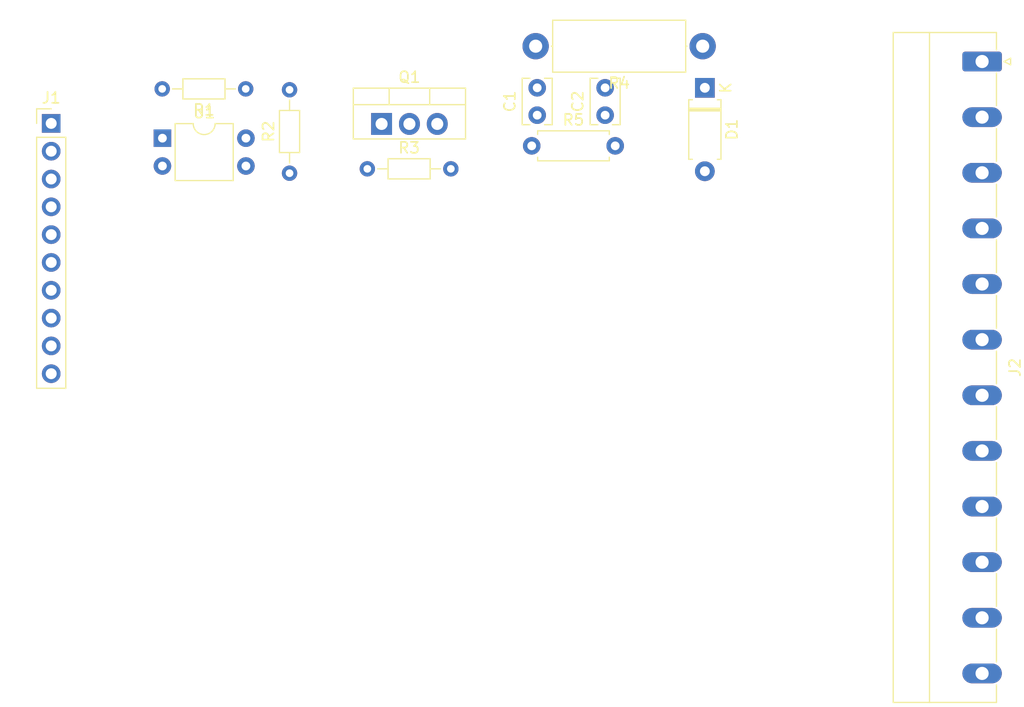
<source format=kicad_pcb>
(kicad_pcb (version 20171130) (host pcbnew "(5.1.6)-1")

  (general
    (thickness 1.6)
    (drawings 0)
    (tracks 0)
    (zones 0)
    (modules 12)
    (nets 10)
  )

  (page A4)
  (layers
    (0 F.Cu signal)
    (31 B.Cu signal)
    (32 B.Adhes user)
    (33 F.Adhes user)
    (34 B.Paste user)
    (35 F.Paste user)
    (36 B.SilkS user)
    (37 F.SilkS user)
    (38 B.Mask user)
    (39 F.Mask user)
    (40 Dwgs.User user)
    (41 Cmts.User user)
    (42 Eco1.User user)
    (43 Eco2.User user)
    (44 Edge.Cuts user)
    (45 Margin user)
    (46 B.CrtYd user)
    (47 F.CrtYd user)
    (48 B.Fab user)
    (49 F.Fab user)
  )

  (setup
    (last_trace_width 1.5)
    (user_trace_width 0.3)
    (user_trace_width 0.5)
    (user_trace_width 0.8)
    (user_trace_width 1)
    (user_trace_width 1.2)
    (user_trace_width 1.5)
    (user_trace_width 1.8)
    (trace_clearance 0.2)
    (zone_clearance 0.508)
    (zone_45_only no)
    (trace_min 0.2)
    (via_size 0.8)
    (via_drill 0.4)
    (via_min_size 0.4)
    (via_min_drill 0.3)
    (user_via 1.5 0.8)
    (user_via 2 0.8)
    (user_via 2.5 0.8)
    (uvia_size 0.3)
    (uvia_drill 0.1)
    (uvias_allowed no)
    (uvia_min_size 0.2)
    (uvia_min_drill 0.1)
    (edge_width 0.05)
    (segment_width 0.2)
    (pcb_text_width 0.3)
    (pcb_text_size 1.5 1.5)
    (mod_edge_width 0.12)
    (mod_text_size 1 1)
    (mod_text_width 0.15)
    (pad_size 1.524 1.524)
    (pad_drill 0.762)
    (pad_to_mask_clearance 0.05)
    (aux_axis_origin 0 0)
    (visible_elements FFFFFF7F)
    (pcbplotparams
      (layerselection 0x010fc_ffffffff)
      (usegerberextensions false)
      (usegerberattributes true)
      (usegerberadvancedattributes true)
      (creategerberjobfile true)
      (excludeedgelayer true)
      (linewidth 0.100000)
      (plotframeref false)
      (viasonmask false)
      (mode 1)
      (useauxorigin false)
      (hpglpennumber 1)
      (hpglpenspeed 20)
      (hpglpendiameter 15.000000)
      (psnegative false)
      (psa4output false)
      (plotreference true)
      (plotvalue true)
      (plotinvisibletext false)
      (padsonsilk false)
      (subtractmaskfromsilk false)
      (outputformat 1)
      (mirror false)
      (drillshape 1)
      (scaleselection 1)
      (outputdirectory ""))
  )

  (net 0 "")
  (net 1 "Net-(C1-Pad2)")
  (net 2 "Net-(C1-Pad1)")
  (net 3 GND)
  (net 4 "Net-(J1-Pad1)")
  (net 5 GND2)
  (net 6 "Net-(Q1-Pad1)")
  (net 7 "Net-(R1-Pad1)")
  (net 8 "Net-(R2-Pad2)")
  (net 9 24V)

  (net_class Default "This is the default net class."
    (clearance 0.2)
    (trace_width 0.25)
    (via_dia 0.8)
    (via_drill 0.4)
    (uvia_dia 0.3)
    (uvia_drill 0.1)
    (add_net 24V)
    (add_net GND)
    (add_net GND2)
    (add_net "Net-(C1-Pad1)")
    (add_net "Net-(C1-Pad2)")
    (add_net "Net-(J1-Pad1)")
    (add_net "Net-(J1-Pad3)")
    (add_net "Net-(J1-Pad4)")
    (add_net "Net-(J1-Pad5)")
    (add_net "Net-(J1-Pad6)")
    (add_net "Net-(J1-Pad7)")
    (add_net "Net-(J1-Pad8)")
    (add_net "Net-(J1-Pad9)")
    (add_net "Net-(J2-Pad10)")
    (add_net "Net-(J2-Pad3)")
    (add_net "Net-(J2-Pad4)")
    (add_net "Net-(J2-Pad5)")
    (add_net "Net-(J2-Pad6)")
    (add_net "Net-(J2-Pad7)")
    (add_net "Net-(J2-Pad8)")
    (add_net "Net-(J2-Pad9)")
    (add_net "Net-(Q1-Pad1)")
    (add_net "Net-(R1-Pad1)")
    (add_net "Net-(R2-Pad2)")
  )

  (module Diode_THT:D_A-405_P7.62mm_Horizontal (layer F.Cu) (tedit 5AE50CD5) (tstamp 60527C81)
    (at 171 70.4 270)
    (descr "Diode, A-405 series, Axial, Horizontal, pin pitch=7.62mm, , length*diameter=5.2*2.7mm^2, , http://www.diodes.com/_files/packages/A-405.pdf")
    (tags "Diode A-405 series Axial Horizontal pin pitch 7.62mm  length 5.2mm diameter 2.7mm")
    (path /60541C91)
    (fp_text reference D1 (at 3.81 -2.47 90) (layer F.SilkS)
      (effects (font (size 1 1) (thickness 0.15)))
    )
    (fp_text value D_Schottky (at 3.81 2.47 90) (layer F.Fab)
      (effects (font (size 1 1) (thickness 0.15)))
    )
    (fp_text user K (at 0 -1.9 90) (layer F.SilkS)
      (effects (font (size 1 1) (thickness 0.15)))
    )
    (fp_text user K (at 0 -1.9 90) (layer F.Fab)
      (effects (font (size 1 1) (thickness 0.15)))
    )
    (fp_text user %R (at 4.2 0 90) (layer F.Fab)
      (effects (font (size 1 1) (thickness 0.15)))
    )
    (fp_line (start 1.21 -1.35) (end 1.21 1.35) (layer F.Fab) (width 0.1))
    (fp_line (start 1.21 1.35) (end 6.41 1.35) (layer F.Fab) (width 0.1))
    (fp_line (start 6.41 1.35) (end 6.41 -1.35) (layer F.Fab) (width 0.1))
    (fp_line (start 6.41 -1.35) (end 1.21 -1.35) (layer F.Fab) (width 0.1))
    (fp_line (start 0 0) (end 1.21 0) (layer F.Fab) (width 0.1))
    (fp_line (start 7.62 0) (end 6.41 0) (layer F.Fab) (width 0.1))
    (fp_line (start 1.99 -1.35) (end 1.99 1.35) (layer F.Fab) (width 0.1))
    (fp_line (start 2.09 -1.35) (end 2.09 1.35) (layer F.Fab) (width 0.1))
    (fp_line (start 1.89 -1.35) (end 1.89 1.35) (layer F.Fab) (width 0.1))
    (fp_line (start 1.09 -1.14) (end 1.09 -1.47) (layer F.SilkS) (width 0.12))
    (fp_line (start 1.09 -1.47) (end 6.53 -1.47) (layer F.SilkS) (width 0.12))
    (fp_line (start 6.53 -1.47) (end 6.53 -1.14) (layer F.SilkS) (width 0.12))
    (fp_line (start 1.09 1.14) (end 1.09 1.47) (layer F.SilkS) (width 0.12))
    (fp_line (start 1.09 1.47) (end 6.53 1.47) (layer F.SilkS) (width 0.12))
    (fp_line (start 6.53 1.47) (end 6.53 1.14) (layer F.SilkS) (width 0.12))
    (fp_line (start 1.99 -1.47) (end 1.99 1.47) (layer F.SilkS) (width 0.12))
    (fp_line (start 2.11 -1.47) (end 2.11 1.47) (layer F.SilkS) (width 0.12))
    (fp_line (start 1.87 -1.47) (end 1.87 1.47) (layer F.SilkS) (width 0.12))
    (fp_line (start -1.15 -1.6) (end -1.15 1.6) (layer F.CrtYd) (width 0.05))
    (fp_line (start -1.15 1.6) (end 8.77 1.6) (layer F.CrtYd) (width 0.05))
    (fp_line (start 8.77 1.6) (end 8.77 -1.6) (layer F.CrtYd) (width 0.05))
    (fp_line (start 8.77 -1.6) (end -1.15 -1.6) (layer F.CrtYd) (width 0.05))
    (pad 2 thru_hole oval (at 7.62 0 270) (size 1.8 1.8) (drill 0.9) (layers *.Cu *.Mask)
      (net 2 "Net-(C1-Pad1)"))
    (pad 1 thru_hole rect (at 0 0 270) (size 1.8 1.8) (drill 0.9) (layers *.Cu *.Mask)
      (net 9 24V))
    (model ${KISYS3DMOD}/Diode_THT.3dshapes/D_A-405_P7.62mm_Horizontal.wrl
      (at (xyz 0 0 0))
      (scale (xyz 1 1 1))
      (rotate (xyz 0 0 0))
    )
  )

  (module Resistor_THT:R_Axial_DIN0207_L6.3mm_D2.5mm_P7.62mm_Horizontal (layer F.Cu) (tedit 5AE5139B) (tstamp 60525D7D)
    (at 155.2 75.7)
    (descr "Resistor, Axial_DIN0207 series, Axial, Horizontal, pin pitch=7.62mm, 0.25W = 1/4W, length*diameter=6.3*2.5mm^2, http://cdn-reichelt.de/documents/datenblatt/B400/1_4W%23YAG.pdf")
    (tags "Resistor Axial_DIN0207 series Axial Horizontal pin pitch 7.62mm 0.25W = 1/4W length 6.3mm diameter 2.5mm")
    (path /60521674)
    (fp_text reference R5 (at 3.81 -2.37) (layer F.SilkS)
      (effects (font (size 1 1) (thickness 0.15)))
    )
    (fp_text value "22K 1W" (at 3.81 2.37) (layer F.Fab)
      (effects (font (size 1 1) (thickness 0.15)))
    )
    (fp_text user %R (at 3.81 0) (layer F.Fab)
      (effects (font (size 1 1) (thickness 0.15)))
    )
    (fp_line (start 0.66 -1.25) (end 0.66 1.25) (layer F.Fab) (width 0.1))
    (fp_line (start 0.66 1.25) (end 6.96 1.25) (layer F.Fab) (width 0.1))
    (fp_line (start 6.96 1.25) (end 6.96 -1.25) (layer F.Fab) (width 0.1))
    (fp_line (start 6.96 -1.25) (end 0.66 -1.25) (layer F.Fab) (width 0.1))
    (fp_line (start 0 0) (end 0.66 0) (layer F.Fab) (width 0.1))
    (fp_line (start 7.62 0) (end 6.96 0) (layer F.Fab) (width 0.1))
    (fp_line (start 0.54 -1.04) (end 0.54 -1.37) (layer F.SilkS) (width 0.12))
    (fp_line (start 0.54 -1.37) (end 7.08 -1.37) (layer F.SilkS) (width 0.12))
    (fp_line (start 7.08 -1.37) (end 7.08 -1.04) (layer F.SilkS) (width 0.12))
    (fp_line (start 0.54 1.04) (end 0.54 1.37) (layer F.SilkS) (width 0.12))
    (fp_line (start 0.54 1.37) (end 7.08 1.37) (layer F.SilkS) (width 0.12))
    (fp_line (start 7.08 1.37) (end 7.08 1.04) (layer F.SilkS) (width 0.12))
    (fp_line (start -1.05 -1.5) (end -1.05 1.5) (layer F.CrtYd) (width 0.05))
    (fp_line (start -1.05 1.5) (end 8.67 1.5) (layer F.CrtYd) (width 0.05))
    (fp_line (start 8.67 1.5) (end 8.67 -1.5) (layer F.CrtYd) (width 0.05))
    (fp_line (start 8.67 -1.5) (end -1.05 -1.5) (layer F.CrtYd) (width 0.05))
    (pad 2 thru_hole oval (at 7.62 0) (size 1.6 1.6) (drill 0.8) (layers *.Cu *.Mask)
      (net 1 "Net-(C1-Pad2)"))
    (pad 1 thru_hole circle (at 0 0) (size 1.6 1.6) (drill 0.8) (layers *.Cu *.Mask)
      (net 2 "Net-(C1-Pad1)"))
    (model ${KISYS3DMOD}/Resistor_THT.3dshapes/R_Axial_DIN0207_L6.3mm_D2.5mm_P7.62mm_Horizontal.wrl
      (at (xyz 0 0 0))
      (scale (xyz 1 1 1))
      (rotate (xyz 0 0 0))
    )
  )

  (module Resistor_THT:R_Axial_DIN0414_L11.9mm_D4.5mm_P15.24mm_Horizontal (layer F.Cu) (tedit 5AE5139B) (tstamp 60525D66)
    (at 170.8 66.6 180)
    (descr "Resistor, Axial_DIN0414 series, Axial, Horizontal, pin pitch=15.24mm, 2W, length*diameter=11.9*4.5mm^2, http://www.vishay.com/docs/20128/wkxwrx.pdf")
    (tags "Resistor Axial_DIN0414 series Axial Horizontal pin pitch 15.24mm 2W length 11.9mm diameter 4.5mm")
    (path /6051D599)
    (fp_text reference R4 (at 7.62 -3.37) (layer F.SilkS)
      (effects (font (size 1 1) (thickness 0.15)))
    )
    (fp_text value "47E 5W" (at 7.62 3.37) (layer F.Fab)
      (effects (font (size 1 1) (thickness 0.15)))
    )
    (fp_text user %R (at 7.62 0) (layer F.Fab)
      (effects (font (size 1 1) (thickness 0.15)))
    )
    (fp_line (start 1.67 -2.25) (end 1.67 2.25) (layer F.Fab) (width 0.1))
    (fp_line (start 1.67 2.25) (end 13.57 2.25) (layer F.Fab) (width 0.1))
    (fp_line (start 13.57 2.25) (end 13.57 -2.25) (layer F.Fab) (width 0.1))
    (fp_line (start 13.57 -2.25) (end 1.67 -2.25) (layer F.Fab) (width 0.1))
    (fp_line (start 0 0) (end 1.67 0) (layer F.Fab) (width 0.1))
    (fp_line (start 15.24 0) (end 13.57 0) (layer F.Fab) (width 0.1))
    (fp_line (start 1.55 -2.37) (end 1.55 2.37) (layer F.SilkS) (width 0.12))
    (fp_line (start 1.55 2.37) (end 13.69 2.37) (layer F.SilkS) (width 0.12))
    (fp_line (start 13.69 2.37) (end 13.69 -2.37) (layer F.SilkS) (width 0.12))
    (fp_line (start 13.69 -2.37) (end 1.55 -2.37) (layer F.SilkS) (width 0.12))
    (fp_line (start 1.44 0) (end 1.55 0) (layer F.SilkS) (width 0.12))
    (fp_line (start 13.8 0) (end 13.69 0) (layer F.SilkS) (width 0.12))
    (fp_line (start -1.45 -2.5) (end -1.45 2.5) (layer F.CrtYd) (width 0.05))
    (fp_line (start -1.45 2.5) (end 16.69 2.5) (layer F.CrtYd) (width 0.05))
    (fp_line (start 16.69 2.5) (end 16.69 -2.5) (layer F.CrtYd) (width 0.05))
    (fp_line (start 16.69 -2.5) (end -1.45 -2.5) (layer F.CrtYd) (width 0.05))
    (pad 2 thru_hole oval (at 15.24 0 180) (size 2.4 2.4) (drill 1.2) (layers *.Cu *.Mask)
      (net 5 GND2))
    (pad 1 thru_hole circle (at 0 0 180) (size 2.4 2.4) (drill 1.2) (layers *.Cu *.Mask)
      (net 1 "Net-(C1-Pad2)"))
    (model ${KISYS3DMOD}/Resistor_THT.3dshapes/R_Axial_DIN0414_L11.9mm_D4.5mm_P15.24mm_Horizontal.wrl
      (at (xyz 0 0 0))
      (scale (xyz 1 1 1))
      (rotate (xyz 0 0 0))
    )
  )

  (module Capacitor_THT:C_Rect_L4.0mm_W2.5mm_P2.50mm (layer F.Cu) (tedit 5AE50EF0) (tstamp 60525CA3)
    (at 161.9 72.9 90)
    (descr "C, Rect series, Radial, pin pitch=2.50mm, , length*width=4*2.5mm^2, Capacitor")
    (tags "C Rect series Radial pin pitch 2.50mm  length 4mm width 2.5mm Capacitor")
    (path /60523087)
    (fp_text reference C2 (at 1.25 -2.5 90) (layer F.SilkS)
      (effects (font (size 1 1) (thickness 0.15)))
    )
    (fp_text value 0.1/400 (at 1.25 2.5 90) (layer F.Fab)
      (effects (font (size 1 1) (thickness 0.15)))
    )
    (fp_text user %R (at 1.25 0 90) (layer F.Fab)
      (effects (font (size 0.8 0.8) (thickness 0.12)))
    )
    (fp_line (start -0.75 -1.25) (end -0.75 1.25) (layer F.Fab) (width 0.1))
    (fp_line (start -0.75 1.25) (end 3.25 1.25) (layer F.Fab) (width 0.1))
    (fp_line (start 3.25 1.25) (end 3.25 -1.25) (layer F.Fab) (width 0.1))
    (fp_line (start 3.25 -1.25) (end -0.75 -1.25) (layer F.Fab) (width 0.1))
    (fp_line (start -0.87 -1.37) (end 3.37 -1.37) (layer F.SilkS) (width 0.12))
    (fp_line (start -0.87 1.37) (end 3.37 1.37) (layer F.SilkS) (width 0.12))
    (fp_line (start -0.87 -1.37) (end -0.87 -0.665) (layer F.SilkS) (width 0.12))
    (fp_line (start -0.87 0.665) (end -0.87 1.37) (layer F.SilkS) (width 0.12))
    (fp_line (start 3.37 -1.37) (end 3.37 -0.665) (layer F.SilkS) (width 0.12))
    (fp_line (start 3.37 0.665) (end 3.37 1.37) (layer F.SilkS) (width 0.12))
    (fp_line (start -1.05 -1.5) (end -1.05 1.5) (layer F.CrtYd) (width 0.05))
    (fp_line (start -1.05 1.5) (end 3.55 1.5) (layer F.CrtYd) (width 0.05))
    (fp_line (start 3.55 1.5) (end 3.55 -1.5) (layer F.CrtYd) (width 0.05))
    (fp_line (start 3.55 -1.5) (end -1.05 -1.5) (layer F.CrtYd) (width 0.05))
    (pad 2 thru_hole circle (at 2.5 0 90) (size 1.6 1.6) (drill 0.8) (layers *.Cu *.Mask)
      (net 1 "Net-(C1-Pad2)"))
    (pad 1 thru_hole circle (at 0 0 90) (size 1.6 1.6) (drill 0.8) (layers *.Cu *.Mask)
      (net 2 "Net-(C1-Pad1)"))
    (model ${KISYS3DMOD}/Capacitor_THT.3dshapes/C_Rect_L4.0mm_W2.5mm_P2.50mm.wrl
      (at (xyz 0 0 0))
      (scale (xyz 1 1 1))
      (rotate (xyz 0 0 0))
    )
  )

  (module Capacitor_THT:C_Rect_L4.0mm_W2.5mm_P2.50mm (layer F.Cu) (tedit 5AE50EF0) (tstamp 60525C99)
    (at 155.7 72.9 90)
    (descr "C, Rect series, Radial, pin pitch=2.50mm, , length*width=4*2.5mm^2, Capacitor")
    (tags "C Rect series Radial pin pitch 2.50mm  length 4mm width 2.5mm Capacitor")
    (path /60521C21)
    (fp_text reference C1 (at 1.25 -2.5 90) (layer F.SilkS)
      (effects (font (size 1 1) (thickness 0.15)))
    )
    (fp_text value 0.1/400 (at 1.25 2.5 90) (layer F.Fab)
      (effects (font (size 1 1) (thickness 0.15)))
    )
    (fp_text user %R (at 1.25 0 90) (layer F.Fab)
      (effects (font (size 0.8 0.8) (thickness 0.12)))
    )
    (fp_line (start -0.75 -1.25) (end -0.75 1.25) (layer F.Fab) (width 0.1))
    (fp_line (start -0.75 1.25) (end 3.25 1.25) (layer F.Fab) (width 0.1))
    (fp_line (start 3.25 1.25) (end 3.25 -1.25) (layer F.Fab) (width 0.1))
    (fp_line (start 3.25 -1.25) (end -0.75 -1.25) (layer F.Fab) (width 0.1))
    (fp_line (start -0.87 -1.37) (end 3.37 -1.37) (layer F.SilkS) (width 0.12))
    (fp_line (start -0.87 1.37) (end 3.37 1.37) (layer F.SilkS) (width 0.12))
    (fp_line (start -0.87 -1.37) (end -0.87 -0.665) (layer F.SilkS) (width 0.12))
    (fp_line (start -0.87 0.665) (end -0.87 1.37) (layer F.SilkS) (width 0.12))
    (fp_line (start 3.37 -1.37) (end 3.37 -0.665) (layer F.SilkS) (width 0.12))
    (fp_line (start 3.37 0.665) (end 3.37 1.37) (layer F.SilkS) (width 0.12))
    (fp_line (start -1.05 -1.5) (end -1.05 1.5) (layer F.CrtYd) (width 0.05))
    (fp_line (start -1.05 1.5) (end 3.55 1.5) (layer F.CrtYd) (width 0.05))
    (fp_line (start 3.55 1.5) (end 3.55 -1.5) (layer F.CrtYd) (width 0.05))
    (fp_line (start 3.55 -1.5) (end -1.05 -1.5) (layer F.CrtYd) (width 0.05))
    (pad 2 thru_hole circle (at 2.5 0 90) (size 1.6 1.6) (drill 0.8) (layers *.Cu *.Mask)
      (net 1 "Net-(C1-Pad2)"))
    (pad 1 thru_hole circle (at 0 0 90) (size 1.6 1.6) (drill 0.8) (layers *.Cu *.Mask)
      (net 2 "Net-(C1-Pad1)"))
    (model ${KISYS3DMOD}/Capacitor_THT.3dshapes/C_Rect_L4.0mm_W2.5mm_P2.50mm.wrl
      (at (xyz 0 0 0))
      (scale (xyz 1 1 1))
      (rotate (xyz 0 0 0))
    )
  )

  (module Package_DIP:DIP-4_W7.62mm (layer F.Cu) (tedit 5A02E8C5) (tstamp 60525D95)
    (at 121.5 75)
    (descr "4-lead though-hole mounted DIP package, row spacing 7.62 mm (300 mils)")
    (tags "THT DIP DIL PDIP 2.54mm 7.62mm 300mil")
    (path /60527DD1)
    (fp_text reference U1 (at 3.81 -2.33) (layer F.SilkS)
      (effects (font (size 1 1) (thickness 0.15)))
    )
    (fp_text value PC817 (at 3.81 4.87) (layer F.Fab)
      (effects (font (size 1 1) (thickness 0.15)))
    )
    (fp_text user %R (at 3.81 1.27) (layer F.Fab)
      (effects (font (size 1 1) (thickness 0.15)))
    )
    (fp_arc (start 3.81 -1.33) (end 2.81 -1.33) (angle -180) (layer F.SilkS) (width 0.12))
    (fp_line (start 1.635 -1.27) (end 6.985 -1.27) (layer F.Fab) (width 0.1))
    (fp_line (start 6.985 -1.27) (end 6.985 3.81) (layer F.Fab) (width 0.1))
    (fp_line (start 6.985 3.81) (end 0.635 3.81) (layer F.Fab) (width 0.1))
    (fp_line (start 0.635 3.81) (end 0.635 -0.27) (layer F.Fab) (width 0.1))
    (fp_line (start 0.635 -0.27) (end 1.635 -1.27) (layer F.Fab) (width 0.1))
    (fp_line (start 2.81 -1.33) (end 1.16 -1.33) (layer F.SilkS) (width 0.12))
    (fp_line (start 1.16 -1.33) (end 1.16 3.87) (layer F.SilkS) (width 0.12))
    (fp_line (start 1.16 3.87) (end 6.46 3.87) (layer F.SilkS) (width 0.12))
    (fp_line (start 6.46 3.87) (end 6.46 -1.33) (layer F.SilkS) (width 0.12))
    (fp_line (start 6.46 -1.33) (end 4.81 -1.33) (layer F.SilkS) (width 0.12))
    (fp_line (start -1.1 -1.55) (end -1.1 4.1) (layer F.CrtYd) (width 0.05))
    (fp_line (start -1.1 4.1) (end 8.7 4.1) (layer F.CrtYd) (width 0.05))
    (fp_line (start 8.7 4.1) (end 8.7 -1.55) (layer F.CrtYd) (width 0.05))
    (fp_line (start 8.7 -1.55) (end -1.1 -1.55) (layer F.CrtYd) (width 0.05))
    (pad 4 thru_hole oval (at 7.62 0) (size 1.6 1.6) (drill 0.8) (layers *.Cu *.Mask)
      (net 8 "Net-(R2-Pad2)"))
    (pad 2 thru_hole oval (at 0 2.54) (size 1.6 1.6) (drill 0.8) (layers *.Cu *.Mask)
      (net 3 GND))
    (pad 3 thru_hole oval (at 7.62 2.54) (size 1.6 1.6) (drill 0.8) (layers *.Cu *.Mask)
      (net 6 "Net-(Q1-Pad1)"))
    (pad 1 thru_hole rect (at 0 0) (size 1.6 1.6) (drill 0.8) (layers *.Cu *.Mask)
      (net 7 "Net-(R1-Pad1)"))
    (model ${KISYS3DMOD}/Package_DIP.3dshapes/DIP-4_W7.62mm.wrl
      (at (xyz 0 0 0))
      (scale (xyz 1 1 1))
      (rotate (xyz 0 0 0))
    )
  )

  (module Resistor_THT:R_Axial_DIN0204_L3.6mm_D1.6mm_P7.62mm_Horizontal (layer F.Cu) (tedit 5AE5139B) (tstamp 60525D4F)
    (at 140.2 77.8)
    (descr "Resistor, Axial_DIN0204 series, Axial, Horizontal, pin pitch=7.62mm, 0.167W, length*diameter=3.6*1.6mm^2, http://cdn-reichelt.de/documents/datenblatt/B400/1_4W%23YAG.pdf")
    (tags "Resistor Axial_DIN0204 series Axial Horizontal pin pitch 7.62mm 0.167W length 3.6mm diameter 1.6mm")
    (path /60529F7B)
    (fp_text reference R3 (at 3.81 -1.92) (layer F.SilkS)
      (effects (font (size 1 1) (thickness 0.15)))
    )
    (fp_text value 22K (at 3.81 1.92) (layer F.Fab)
      (effects (font (size 1 1) (thickness 0.15)))
    )
    (fp_text user %R (at 3.81 0) (layer F.Fab)
      (effects (font (size 0.72 0.72) (thickness 0.108)))
    )
    (fp_line (start 2.01 -0.8) (end 2.01 0.8) (layer F.Fab) (width 0.1))
    (fp_line (start 2.01 0.8) (end 5.61 0.8) (layer F.Fab) (width 0.1))
    (fp_line (start 5.61 0.8) (end 5.61 -0.8) (layer F.Fab) (width 0.1))
    (fp_line (start 5.61 -0.8) (end 2.01 -0.8) (layer F.Fab) (width 0.1))
    (fp_line (start 0 0) (end 2.01 0) (layer F.Fab) (width 0.1))
    (fp_line (start 7.62 0) (end 5.61 0) (layer F.Fab) (width 0.1))
    (fp_line (start 1.89 -0.92) (end 1.89 0.92) (layer F.SilkS) (width 0.12))
    (fp_line (start 1.89 0.92) (end 5.73 0.92) (layer F.SilkS) (width 0.12))
    (fp_line (start 5.73 0.92) (end 5.73 -0.92) (layer F.SilkS) (width 0.12))
    (fp_line (start 5.73 -0.92) (end 1.89 -0.92) (layer F.SilkS) (width 0.12))
    (fp_line (start 0.94 0) (end 1.89 0) (layer F.SilkS) (width 0.12))
    (fp_line (start 6.68 0) (end 5.73 0) (layer F.SilkS) (width 0.12))
    (fp_line (start -0.95 -1.05) (end -0.95 1.05) (layer F.CrtYd) (width 0.05))
    (fp_line (start -0.95 1.05) (end 8.57 1.05) (layer F.CrtYd) (width 0.05))
    (fp_line (start 8.57 1.05) (end 8.57 -1.05) (layer F.CrtYd) (width 0.05))
    (fp_line (start 8.57 -1.05) (end -0.95 -1.05) (layer F.CrtYd) (width 0.05))
    (pad 2 thru_hole oval (at 7.62 0) (size 1.4 1.4) (drill 0.7) (layers *.Cu *.Mask)
      (net 5 GND2))
    (pad 1 thru_hole circle (at 0 0) (size 1.4 1.4) (drill 0.7) (layers *.Cu *.Mask)
      (net 6 "Net-(Q1-Pad1)"))
    (model ${KISYS3DMOD}/Resistor_THT.3dshapes/R_Axial_DIN0204_L3.6mm_D1.6mm_P7.62mm_Horizontal.wrl
      (at (xyz 0 0 0))
      (scale (xyz 1 1 1))
      (rotate (xyz 0 0 0))
    )
  )

  (module Resistor_THT:R_Axial_DIN0204_L3.6mm_D1.6mm_P7.62mm_Horizontal (layer F.Cu) (tedit 5AE5139B) (tstamp 60525D38)
    (at 133.1 78.2 90)
    (descr "Resistor, Axial_DIN0204 series, Axial, Horizontal, pin pitch=7.62mm, 0.167W, length*diameter=3.6*1.6mm^2, http://cdn-reichelt.de/documents/datenblatt/B400/1_4W%23YAG.pdf")
    (tags "Resistor Axial_DIN0204 series Axial Horizontal pin pitch 7.62mm 0.167W length 3.6mm diameter 1.6mm")
    (path /6052BCA9)
    (fp_text reference R2 (at 3.81 -1.92 90) (layer F.SilkS)
      (effects (font (size 1 1) (thickness 0.15)))
    )
    (fp_text value 270 (at 3.81 1.92 90) (layer F.Fab)
      (effects (font (size 1 1) (thickness 0.15)))
    )
    (fp_text user %R (at 3.81 0 90) (layer F.Fab)
      (effects (font (size 0.72 0.72) (thickness 0.108)))
    )
    (fp_line (start 2.01 -0.8) (end 2.01 0.8) (layer F.Fab) (width 0.1))
    (fp_line (start 2.01 0.8) (end 5.61 0.8) (layer F.Fab) (width 0.1))
    (fp_line (start 5.61 0.8) (end 5.61 -0.8) (layer F.Fab) (width 0.1))
    (fp_line (start 5.61 -0.8) (end 2.01 -0.8) (layer F.Fab) (width 0.1))
    (fp_line (start 0 0) (end 2.01 0) (layer F.Fab) (width 0.1))
    (fp_line (start 7.62 0) (end 5.61 0) (layer F.Fab) (width 0.1))
    (fp_line (start 1.89 -0.92) (end 1.89 0.92) (layer F.SilkS) (width 0.12))
    (fp_line (start 1.89 0.92) (end 5.73 0.92) (layer F.SilkS) (width 0.12))
    (fp_line (start 5.73 0.92) (end 5.73 -0.92) (layer F.SilkS) (width 0.12))
    (fp_line (start 5.73 -0.92) (end 1.89 -0.92) (layer F.SilkS) (width 0.12))
    (fp_line (start 0.94 0) (end 1.89 0) (layer F.SilkS) (width 0.12))
    (fp_line (start 6.68 0) (end 5.73 0) (layer F.SilkS) (width 0.12))
    (fp_line (start -0.95 -1.05) (end -0.95 1.05) (layer F.CrtYd) (width 0.05))
    (fp_line (start -0.95 1.05) (end 8.57 1.05) (layer F.CrtYd) (width 0.05))
    (fp_line (start 8.57 1.05) (end 8.57 -1.05) (layer F.CrtYd) (width 0.05))
    (fp_line (start 8.57 -1.05) (end -0.95 -1.05) (layer F.CrtYd) (width 0.05))
    (pad 2 thru_hole oval (at 7.62 0 90) (size 1.4 1.4) (drill 0.7) (layers *.Cu *.Mask)
      (net 8 "Net-(R2-Pad2)"))
    (pad 1 thru_hole circle (at 0 0 90) (size 1.4 1.4) (drill 0.7) (layers *.Cu *.Mask))
    (model ${KISYS3DMOD}/Resistor_THT.3dshapes/R_Axial_DIN0204_L3.6mm_D1.6mm_P7.62mm_Horizontal.wrl
      (at (xyz 0 0 0))
      (scale (xyz 1 1 1))
      (rotate (xyz 0 0 0))
    )
  )

  (module Resistor_THT:R_Axial_DIN0204_L3.6mm_D1.6mm_P7.62mm_Horizontal (layer F.Cu) (tedit 5AE5139B) (tstamp 60525D21)
    (at 129.1 70.5 180)
    (descr "Resistor, Axial_DIN0204 series, Axial, Horizontal, pin pitch=7.62mm, 0.167W, length*diameter=3.6*1.6mm^2, http://cdn-reichelt.de/documents/datenblatt/B400/1_4W%23YAG.pdf")
    (tags "Resistor Axial_DIN0204 series Axial Horizontal pin pitch 7.62mm 0.167W length 3.6mm diameter 1.6mm")
    (path /6052E154)
    (fp_text reference R1 (at 3.81 -1.92) (layer F.SilkS)
      (effects (font (size 1 1) (thickness 0.15)))
    )
    (fp_text value 270 (at 3.81 1.92) (layer F.Fab)
      (effects (font (size 1 1) (thickness 0.15)))
    )
    (fp_text user %R (at 3.81 0) (layer F.Fab)
      (effects (font (size 0.72 0.72) (thickness 0.108)))
    )
    (fp_line (start 2.01 -0.8) (end 2.01 0.8) (layer F.Fab) (width 0.1))
    (fp_line (start 2.01 0.8) (end 5.61 0.8) (layer F.Fab) (width 0.1))
    (fp_line (start 5.61 0.8) (end 5.61 -0.8) (layer F.Fab) (width 0.1))
    (fp_line (start 5.61 -0.8) (end 2.01 -0.8) (layer F.Fab) (width 0.1))
    (fp_line (start 0 0) (end 2.01 0) (layer F.Fab) (width 0.1))
    (fp_line (start 7.62 0) (end 5.61 0) (layer F.Fab) (width 0.1))
    (fp_line (start 1.89 -0.92) (end 1.89 0.92) (layer F.SilkS) (width 0.12))
    (fp_line (start 1.89 0.92) (end 5.73 0.92) (layer F.SilkS) (width 0.12))
    (fp_line (start 5.73 0.92) (end 5.73 -0.92) (layer F.SilkS) (width 0.12))
    (fp_line (start 5.73 -0.92) (end 1.89 -0.92) (layer F.SilkS) (width 0.12))
    (fp_line (start 0.94 0) (end 1.89 0) (layer F.SilkS) (width 0.12))
    (fp_line (start 6.68 0) (end 5.73 0) (layer F.SilkS) (width 0.12))
    (fp_line (start -0.95 -1.05) (end -0.95 1.05) (layer F.CrtYd) (width 0.05))
    (fp_line (start -0.95 1.05) (end 8.57 1.05) (layer F.CrtYd) (width 0.05))
    (fp_line (start 8.57 1.05) (end 8.57 -1.05) (layer F.CrtYd) (width 0.05))
    (fp_line (start 8.57 -1.05) (end -0.95 -1.05) (layer F.CrtYd) (width 0.05))
    (pad 2 thru_hole oval (at 7.62 0 180) (size 1.4 1.4) (drill 0.7) (layers *.Cu *.Mask)
      (net 4 "Net-(J1-Pad1)"))
    (pad 1 thru_hole circle (at 0 0 180) (size 1.4 1.4) (drill 0.7) (layers *.Cu *.Mask)
      (net 7 "Net-(R1-Pad1)"))
    (model ${KISYS3DMOD}/Resistor_THT.3dshapes/R_Axial_DIN0204_L3.6mm_D1.6mm_P7.62mm_Horizontal.wrl
      (at (xyz 0 0 0))
      (scale (xyz 1 1 1))
      (rotate (xyz 0 0 0))
    )
  )

  (module Package_TO_SOT_THT:TO-220-3_Vertical (layer F.Cu) (tedit 5AC8BA0D) (tstamp 60525D0A)
    (at 141.5 73.7)
    (descr "TO-220-3, Vertical, RM 2.54mm, see https://www.vishay.com/docs/66542/to-220-1.pdf")
    (tags "TO-220-3 Vertical RM 2.54mm")
    (path /6051BF25)
    (fp_text reference Q1 (at 2.54 -4.27) (layer F.SilkS)
      (effects (font (size 1 1) (thickness 0.15)))
    )
    (fp_text value TIP122 (at 2.54 2.5) (layer F.Fab)
      (effects (font (size 1 1) (thickness 0.15)))
    )
    (fp_text user %R (at 2.54 -4.27) (layer F.Fab)
      (effects (font (size 1 1) (thickness 0.15)))
    )
    (fp_line (start -2.46 -3.15) (end -2.46 1.25) (layer F.Fab) (width 0.1))
    (fp_line (start -2.46 1.25) (end 7.54 1.25) (layer F.Fab) (width 0.1))
    (fp_line (start 7.54 1.25) (end 7.54 -3.15) (layer F.Fab) (width 0.1))
    (fp_line (start 7.54 -3.15) (end -2.46 -3.15) (layer F.Fab) (width 0.1))
    (fp_line (start -2.46 -1.88) (end 7.54 -1.88) (layer F.Fab) (width 0.1))
    (fp_line (start 0.69 -3.15) (end 0.69 -1.88) (layer F.Fab) (width 0.1))
    (fp_line (start 4.39 -3.15) (end 4.39 -1.88) (layer F.Fab) (width 0.1))
    (fp_line (start -2.58 -3.27) (end 7.66 -3.27) (layer F.SilkS) (width 0.12))
    (fp_line (start -2.58 1.371) (end 7.66 1.371) (layer F.SilkS) (width 0.12))
    (fp_line (start -2.58 -3.27) (end -2.58 1.371) (layer F.SilkS) (width 0.12))
    (fp_line (start 7.66 -3.27) (end 7.66 1.371) (layer F.SilkS) (width 0.12))
    (fp_line (start -2.58 -1.76) (end 7.66 -1.76) (layer F.SilkS) (width 0.12))
    (fp_line (start 0.69 -3.27) (end 0.69 -1.76) (layer F.SilkS) (width 0.12))
    (fp_line (start 4.391 -3.27) (end 4.391 -1.76) (layer F.SilkS) (width 0.12))
    (fp_line (start -2.71 -3.4) (end -2.71 1.51) (layer F.CrtYd) (width 0.05))
    (fp_line (start -2.71 1.51) (end 7.79 1.51) (layer F.CrtYd) (width 0.05))
    (fp_line (start 7.79 1.51) (end 7.79 -3.4) (layer F.CrtYd) (width 0.05))
    (fp_line (start 7.79 -3.4) (end -2.71 -3.4) (layer F.CrtYd) (width 0.05))
    (pad 3 thru_hole oval (at 5.08 0) (size 1.905 2) (drill 1.1) (layers *.Cu *.Mask)
      (net 5 GND2))
    (pad 2 thru_hole oval (at 2.54 0) (size 1.905 2) (drill 1.1) (layers *.Cu *.Mask)
      (net 2 "Net-(C1-Pad1)"))
    (pad 1 thru_hole rect (at 0 0) (size 1.905 2) (drill 1.1) (layers *.Cu *.Mask)
      (net 6 "Net-(Q1-Pad1)"))
    (model ${KISYS3DMOD}/Package_TO_SOT_THT.3dshapes/TO-220-3_Vertical.wrl
      (at (xyz 0 0 0))
      (scale (xyz 1 1 1))
      (rotate (xyz 0 0 0))
    )
  )

  (module Connector_Phoenix_MC_HighVoltage:PhoenixContact_MC_1,5_12-G-5.08_1x12_P5.08mm_Horizontal (layer F.Cu) (tedit 5B784ED2) (tstamp 60525CF0)
    (at 196.3 68 270)
    (descr "Generic Phoenix Contact connector footprint for: MC_1,5/12-G-5.08; number of pins: 12; pin pitch: 5.08mm; Angled || order number: 1836286 8A 320V")
    (tags "phoenix_contact connector MC_01x12_G_5.08mm")
    (path /60523E4D)
    (fp_text reference J2 (at 27.94 -3 90) (layer F.SilkS)
      (effects (font (size 1 1) (thickness 0.15)))
    )
    (fp_text value Conn_01x12 (at 27.94 9.2 90) (layer F.Fab)
      (effects (font (size 1 1) (thickness 0.15)))
    )
    (fp_text user %R (at 27.94 -0.5 90) (layer F.Fab)
      (effects (font (size 1 1) (thickness 0.15)))
    )
    (fp_line (start -2.65 -1.31) (end -2.65 8.11) (layer F.SilkS) (width 0.12))
    (fp_line (start -2.65 8.11) (end 58.53 8.11) (layer F.SilkS) (width 0.12))
    (fp_line (start 58.53 8.11) (end 58.53 -1.31) (layer F.SilkS) (width 0.12))
    (fp_line (start -2.65 -1.31) (end -1.05 -1.31) (layer F.SilkS) (width 0.12))
    (fp_line (start 58.53 -1.31) (end 56.93 -1.31) (layer F.SilkS) (width 0.12))
    (fp_line (start 1.05 -1.31) (end 4.03 -1.31) (layer F.SilkS) (width 0.12))
    (fp_line (start 6.13 -1.31) (end 9.11 -1.31) (layer F.SilkS) (width 0.12))
    (fp_line (start 11.21 -1.31) (end 14.19 -1.31) (layer F.SilkS) (width 0.12))
    (fp_line (start 16.29 -1.31) (end 19.27 -1.31) (layer F.SilkS) (width 0.12))
    (fp_line (start 21.37 -1.31) (end 24.35 -1.31) (layer F.SilkS) (width 0.12))
    (fp_line (start 26.45 -1.31) (end 29.43 -1.31) (layer F.SilkS) (width 0.12))
    (fp_line (start 31.53 -1.31) (end 34.51 -1.31) (layer F.SilkS) (width 0.12))
    (fp_line (start 36.61 -1.31) (end 39.59 -1.31) (layer F.SilkS) (width 0.12))
    (fp_line (start 41.69 -1.31) (end 44.67 -1.31) (layer F.SilkS) (width 0.12))
    (fp_line (start 46.77 -1.31) (end 49.75 -1.31) (layer F.SilkS) (width 0.12))
    (fp_line (start 51.85 -1.31) (end 54.83 -1.31) (layer F.SilkS) (width 0.12))
    (fp_line (start -2.54 -1.2) (end -2.54 8) (layer F.Fab) (width 0.1))
    (fp_line (start -2.54 8) (end 58.42 8) (layer F.Fab) (width 0.1))
    (fp_line (start 58.42 8) (end 58.42 -1.2) (layer F.Fab) (width 0.1))
    (fp_line (start 58.42 -1.2) (end -2.54 -1.2) (layer F.Fab) (width 0.1))
    (fp_line (start -2.65 4.8) (end 58.53 4.8) (layer F.SilkS) (width 0.12))
    (fp_line (start -3.15 -2.3) (end -3.15 8.5) (layer F.CrtYd) (width 0.05))
    (fp_line (start -3.15 8.5) (end 58.92 8.5) (layer F.CrtYd) (width 0.05))
    (fp_line (start 58.92 8.5) (end 58.92 -2.3) (layer F.CrtYd) (width 0.05))
    (fp_line (start 58.92 -2.3) (end -3.15 -2.3) (layer F.CrtYd) (width 0.05))
    (fp_line (start 0.3 -2.6) (end 0 -2) (layer F.SilkS) (width 0.12))
    (fp_line (start 0 -2) (end -0.3 -2.6) (layer F.SilkS) (width 0.12))
    (fp_line (start -0.3 -2.6) (end 0.3 -2.6) (layer F.SilkS) (width 0.12))
    (fp_line (start 0.8 -1.2) (end 0 0) (layer F.Fab) (width 0.1))
    (fp_line (start 0 0) (end -0.8 -1.2) (layer F.Fab) (width 0.1))
    (pad 12 thru_hole oval (at 55.88 0 270) (size 1.8 3.6) (drill 1.2) (layers *.Cu *.Mask)
      (net 5 GND2))
    (pad 11 thru_hole oval (at 50.8 0 270) (size 1.8 3.6) (drill 1.2) (layers *.Cu *.Mask)
      (net 9 24V))
    (pad 10 thru_hole oval (at 45.72 0 270) (size 1.8 3.6) (drill 1.2) (layers *.Cu *.Mask))
    (pad 9 thru_hole oval (at 40.64 0 270) (size 1.8 3.6) (drill 1.2) (layers *.Cu *.Mask))
    (pad 8 thru_hole oval (at 35.56 0 270) (size 1.8 3.6) (drill 1.2) (layers *.Cu *.Mask))
    (pad 7 thru_hole oval (at 30.48 0 270) (size 1.8 3.6) (drill 1.2) (layers *.Cu *.Mask))
    (pad 6 thru_hole oval (at 25.4 0 270) (size 1.8 3.6) (drill 1.2) (layers *.Cu *.Mask))
    (pad 5 thru_hole oval (at 20.32 0 270) (size 1.8 3.6) (drill 1.2) (layers *.Cu *.Mask))
    (pad 4 thru_hole oval (at 15.24 0 270) (size 1.8 3.6) (drill 1.2) (layers *.Cu *.Mask))
    (pad 3 thru_hole oval (at 10.16 0 270) (size 1.8 3.6) (drill 1.2) (layers *.Cu *.Mask))
    (pad 2 thru_hole oval (at 5.08 0 270) (size 1.8 3.6) (drill 1.2) (layers *.Cu *.Mask))
    (pad 1 thru_hole roundrect (at 0 0 270) (size 1.8 3.6) (drill 1.2) (layers *.Cu *.Mask) (roundrect_rratio 0.138889)
      (net 2 "Net-(C1-Pad1)"))
    (model ${KISYS3DMOD}/Connector_Phoenix_MC_HighVoltage.3dshapes/PhoenixContact_MC_1,5_12-G-5.08_1x12_P5.08mm_Horizontal.wrl
      (at (xyz 0 0 0))
      (scale (xyz 1 1 1))
      (rotate (xyz 0 0 0))
    )
  )

  (module Connector_PinHeader_2.54mm:PinHeader_1x10_P2.54mm_Vertical (layer F.Cu) (tedit 59FED5CC) (tstamp 60525CC1)
    (at 111.35 73.65)
    (descr "Through hole straight pin header, 1x10, 2.54mm pitch, single row")
    (tags "Through hole pin header THT 1x10 2.54mm single row")
    (path /6052ECAB)
    (fp_text reference J1 (at 0 -2.33) (layer F.SilkS)
      (effects (font (size 1 1) (thickness 0.15)))
    )
    (fp_text value Conn_01x10 (at 0 25.19) (layer F.Fab)
      (effects (font (size 1 1) (thickness 0.15)))
    )
    (fp_text user %R (at 0 11.43 90) (layer F.Fab)
      (effects (font (size 1 1) (thickness 0.15)))
    )
    (fp_line (start -0.635 -1.27) (end 1.27 -1.27) (layer F.Fab) (width 0.1))
    (fp_line (start 1.27 -1.27) (end 1.27 24.13) (layer F.Fab) (width 0.1))
    (fp_line (start 1.27 24.13) (end -1.27 24.13) (layer F.Fab) (width 0.1))
    (fp_line (start -1.27 24.13) (end -1.27 -0.635) (layer F.Fab) (width 0.1))
    (fp_line (start -1.27 -0.635) (end -0.635 -1.27) (layer F.Fab) (width 0.1))
    (fp_line (start -1.33 24.19) (end 1.33 24.19) (layer F.SilkS) (width 0.12))
    (fp_line (start -1.33 1.27) (end -1.33 24.19) (layer F.SilkS) (width 0.12))
    (fp_line (start 1.33 1.27) (end 1.33 24.19) (layer F.SilkS) (width 0.12))
    (fp_line (start -1.33 1.27) (end 1.33 1.27) (layer F.SilkS) (width 0.12))
    (fp_line (start -1.33 0) (end -1.33 -1.33) (layer F.SilkS) (width 0.12))
    (fp_line (start -1.33 -1.33) (end 0 -1.33) (layer F.SilkS) (width 0.12))
    (fp_line (start -1.8 -1.8) (end -1.8 24.65) (layer F.CrtYd) (width 0.05))
    (fp_line (start -1.8 24.65) (end 1.8 24.65) (layer F.CrtYd) (width 0.05))
    (fp_line (start 1.8 24.65) (end 1.8 -1.8) (layer F.CrtYd) (width 0.05))
    (fp_line (start 1.8 -1.8) (end -1.8 -1.8) (layer F.CrtYd) (width 0.05))
    (pad 10 thru_hole oval (at 0 22.86) (size 1.7 1.7) (drill 1) (layers *.Cu *.Mask)
      (net 3 GND))
    (pad 9 thru_hole oval (at 0 20.32) (size 1.7 1.7) (drill 1) (layers *.Cu *.Mask))
    (pad 8 thru_hole oval (at 0 17.78) (size 1.7 1.7) (drill 1) (layers *.Cu *.Mask))
    (pad 7 thru_hole oval (at 0 15.24) (size 1.7 1.7) (drill 1) (layers *.Cu *.Mask))
    (pad 6 thru_hole oval (at 0 12.7) (size 1.7 1.7) (drill 1) (layers *.Cu *.Mask))
    (pad 5 thru_hole oval (at 0 10.16) (size 1.7 1.7) (drill 1) (layers *.Cu *.Mask))
    (pad 4 thru_hole oval (at 0 7.62) (size 1.7 1.7) (drill 1) (layers *.Cu *.Mask))
    (pad 3 thru_hole oval (at 0 5.08) (size 1.7 1.7) (drill 1) (layers *.Cu *.Mask))
    (pad 2 thru_hole oval (at 0 2.54) (size 1.7 1.7) (drill 1) (layers *.Cu *.Mask))
    (pad 1 thru_hole rect (at 0 0) (size 1.7 1.7) (drill 1) (layers *.Cu *.Mask)
      (net 4 "Net-(J1-Pad1)"))
    (model ${KISYS3DMOD}/Connector_PinHeader_2.54mm.3dshapes/PinHeader_1x10_P2.54mm_Vertical.wrl
      (at (xyz 0 0 0))
      (scale (xyz 1 1 1))
      (rotate (xyz 0 0 0))
    )
  )

)

</source>
